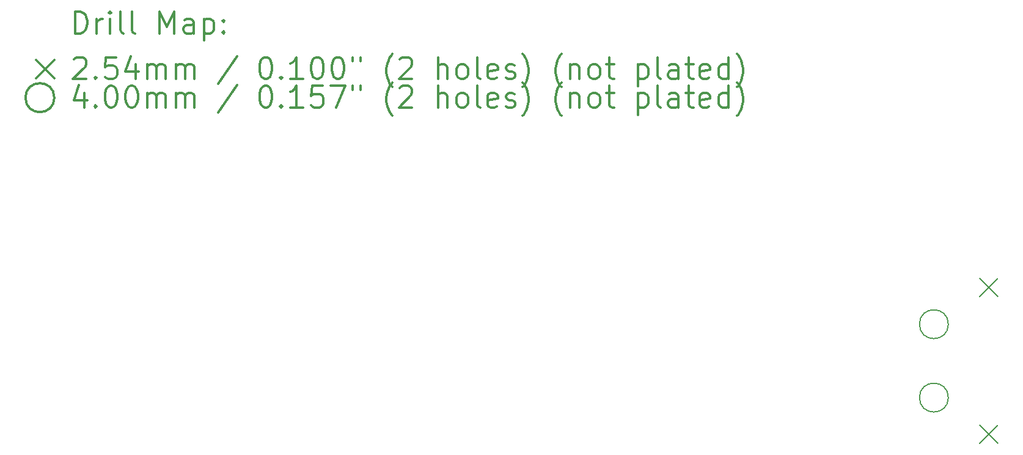
<source format=gbr>
%FSLAX45Y45*%
G04 Gerber Fmt 4.5, Leading zero omitted, Abs format (unit mm)*
G04 Created by KiCad (PCBNEW 5.1.8) date 2021-02-12 19:11:22*
%MOMM*%
%LPD*%
G01*
G04 APERTURE LIST*
%ADD10C,0.200000*%
%ADD11C,0.300000*%
G04 APERTURE END LIST*
D10*
X12821000Y-3857000D02*
X13075000Y-4111000D01*
X13075000Y-3857000D02*
X12821000Y-4111000D01*
X12821000Y-5889000D02*
X13075000Y-6143000D01*
X13075000Y-5889000D02*
X12821000Y-6143000D01*
X12386000Y-4492000D02*
G75*
G03*
X12386000Y-4492000I-200000J0D01*
G01*
X12386000Y-5508000D02*
G75*
G03*
X12386000Y-5508000I-200000J0D01*
G01*
D11*
X286429Y-465714D02*
X286429Y-165714D01*
X357857Y-165714D01*
X400714Y-180000D01*
X429286Y-208571D01*
X443571Y-237143D01*
X457857Y-294286D01*
X457857Y-337143D01*
X443571Y-394286D01*
X429286Y-422857D01*
X400714Y-451428D01*
X357857Y-465714D01*
X286429Y-465714D01*
X586429Y-465714D02*
X586429Y-265714D01*
X586429Y-322857D02*
X600714Y-294286D01*
X615000Y-280000D01*
X643571Y-265714D01*
X672143Y-265714D01*
X772143Y-465714D02*
X772143Y-265714D01*
X772143Y-165714D02*
X757857Y-180000D01*
X772143Y-194286D01*
X786428Y-180000D01*
X772143Y-165714D01*
X772143Y-194286D01*
X957857Y-465714D02*
X929286Y-451428D01*
X915000Y-422857D01*
X915000Y-165714D01*
X1115000Y-465714D02*
X1086429Y-451428D01*
X1072143Y-422857D01*
X1072143Y-165714D01*
X1457857Y-465714D02*
X1457857Y-165714D01*
X1557857Y-380000D01*
X1657857Y-165714D01*
X1657857Y-465714D01*
X1929286Y-465714D02*
X1929286Y-308571D01*
X1915000Y-280000D01*
X1886428Y-265714D01*
X1829286Y-265714D01*
X1800714Y-280000D01*
X1929286Y-451428D02*
X1900714Y-465714D01*
X1829286Y-465714D01*
X1800714Y-451428D01*
X1786428Y-422857D01*
X1786428Y-394286D01*
X1800714Y-365714D01*
X1829286Y-351428D01*
X1900714Y-351428D01*
X1929286Y-337143D01*
X2072143Y-265714D02*
X2072143Y-565714D01*
X2072143Y-280000D02*
X2100714Y-265714D01*
X2157857Y-265714D01*
X2186429Y-280000D01*
X2200714Y-294286D01*
X2215000Y-322857D01*
X2215000Y-408571D01*
X2200714Y-437143D01*
X2186429Y-451428D01*
X2157857Y-465714D01*
X2100714Y-465714D01*
X2072143Y-451428D01*
X2343571Y-437143D02*
X2357857Y-451428D01*
X2343571Y-465714D01*
X2329286Y-451428D01*
X2343571Y-437143D01*
X2343571Y-465714D01*
X2343571Y-280000D02*
X2357857Y-294286D01*
X2343571Y-308571D01*
X2329286Y-294286D01*
X2343571Y-280000D01*
X2343571Y-308571D01*
X-254000Y-833000D02*
X0Y-1087000D01*
X0Y-833000D02*
X-254000Y-1087000D01*
X272143Y-824286D02*
X286429Y-810000D01*
X315000Y-795714D01*
X386428Y-795714D01*
X415000Y-810000D01*
X429286Y-824286D01*
X443571Y-852857D01*
X443571Y-881428D01*
X429286Y-924286D01*
X257857Y-1095714D01*
X443571Y-1095714D01*
X572143Y-1067143D02*
X586429Y-1081429D01*
X572143Y-1095714D01*
X557857Y-1081429D01*
X572143Y-1067143D01*
X572143Y-1095714D01*
X857857Y-795714D02*
X715000Y-795714D01*
X700714Y-938571D01*
X715000Y-924286D01*
X743571Y-910000D01*
X815000Y-910000D01*
X843571Y-924286D01*
X857857Y-938571D01*
X872143Y-967143D01*
X872143Y-1038571D01*
X857857Y-1067143D01*
X843571Y-1081429D01*
X815000Y-1095714D01*
X743571Y-1095714D01*
X715000Y-1081429D01*
X700714Y-1067143D01*
X1129286Y-895714D02*
X1129286Y-1095714D01*
X1057857Y-781428D02*
X986428Y-995714D01*
X1172143Y-995714D01*
X1286429Y-1095714D02*
X1286429Y-895714D01*
X1286429Y-924286D02*
X1300714Y-910000D01*
X1329286Y-895714D01*
X1372143Y-895714D01*
X1400714Y-910000D01*
X1415000Y-938571D01*
X1415000Y-1095714D01*
X1415000Y-938571D02*
X1429286Y-910000D01*
X1457857Y-895714D01*
X1500714Y-895714D01*
X1529286Y-910000D01*
X1543571Y-938571D01*
X1543571Y-1095714D01*
X1686428Y-1095714D02*
X1686428Y-895714D01*
X1686428Y-924286D02*
X1700714Y-910000D01*
X1729286Y-895714D01*
X1772143Y-895714D01*
X1800714Y-910000D01*
X1815000Y-938571D01*
X1815000Y-1095714D01*
X1815000Y-938571D02*
X1829286Y-910000D01*
X1857857Y-895714D01*
X1900714Y-895714D01*
X1929286Y-910000D01*
X1943571Y-938571D01*
X1943571Y-1095714D01*
X2529286Y-781428D02*
X2272143Y-1167143D01*
X2915000Y-795714D02*
X2943571Y-795714D01*
X2972143Y-810000D01*
X2986428Y-824286D01*
X3000714Y-852857D01*
X3015000Y-910000D01*
X3015000Y-981428D01*
X3000714Y-1038571D01*
X2986428Y-1067143D01*
X2972143Y-1081429D01*
X2943571Y-1095714D01*
X2915000Y-1095714D01*
X2886428Y-1081429D01*
X2872143Y-1067143D01*
X2857857Y-1038571D01*
X2843571Y-981428D01*
X2843571Y-910000D01*
X2857857Y-852857D01*
X2872143Y-824286D01*
X2886428Y-810000D01*
X2915000Y-795714D01*
X3143571Y-1067143D02*
X3157857Y-1081429D01*
X3143571Y-1095714D01*
X3129286Y-1081429D01*
X3143571Y-1067143D01*
X3143571Y-1095714D01*
X3443571Y-1095714D02*
X3272143Y-1095714D01*
X3357857Y-1095714D02*
X3357857Y-795714D01*
X3329286Y-838571D01*
X3300714Y-867143D01*
X3272143Y-881428D01*
X3629286Y-795714D02*
X3657857Y-795714D01*
X3686428Y-810000D01*
X3700714Y-824286D01*
X3715000Y-852857D01*
X3729286Y-910000D01*
X3729286Y-981428D01*
X3715000Y-1038571D01*
X3700714Y-1067143D01*
X3686428Y-1081429D01*
X3657857Y-1095714D01*
X3629286Y-1095714D01*
X3600714Y-1081429D01*
X3586428Y-1067143D01*
X3572143Y-1038571D01*
X3557857Y-981428D01*
X3557857Y-910000D01*
X3572143Y-852857D01*
X3586428Y-824286D01*
X3600714Y-810000D01*
X3629286Y-795714D01*
X3915000Y-795714D02*
X3943571Y-795714D01*
X3972143Y-810000D01*
X3986428Y-824286D01*
X4000714Y-852857D01*
X4015000Y-910000D01*
X4015000Y-981428D01*
X4000714Y-1038571D01*
X3986428Y-1067143D01*
X3972143Y-1081429D01*
X3943571Y-1095714D01*
X3915000Y-1095714D01*
X3886428Y-1081429D01*
X3872143Y-1067143D01*
X3857857Y-1038571D01*
X3843571Y-981428D01*
X3843571Y-910000D01*
X3857857Y-852857D01*
X3872143Y-824286D01*
X3886428Y-810000D01*
X3915000Y-795714D01*
X4129286Y-795714D02*
X4129286Y-852857D01*
X4243571Y-795714D02*
X4243571Y-852857D01*
X4686429Y-1210000D02*
X4672143Y-1195714D01*
X4643571Y-1152857D01*
X4629286Y-1124286D01*
X4615000Y-1081429D01*
X4600714Y-1010000D01*
X4600714Y-952857D01*
X4615000Y-881428D01*
X4629286Y-838571D01*
X4643571Y-810000D01*
X4672143Y-767143D01*
X4686429Y-752857D01*
X4786429Y-824286D02*
X4800714Y-810000D01*
X4829286Y-795714D01*
X4900714Y-795714D01*
X4929286Y-810000D01*
X4943571Y-824286D01*
X4957857Y-852857D01*
X4957857Y-881428D01*
X4943571Y-924286D01*
X4772143Y-1095714D01*
X4957857Y-1095714D01*
X5315000Y-1095714D02*
X5315000Y-795714D01*
X5443571Y-1095714D02*
X5443571Y-938571D01*
X5429286Y-910000D01*
X5400714Y-895714D01*
X5357857Y-895714D01*
X5329286Y-910000D01*
X5315000Y-924286D01*
X5629286Y-1095714D02*
X5600714Y-1081429D01*
X5586429Y-1067143D01*
X5572143Y-1038571D01*
X5572143Y-952857D01*
X5586429Y-924286D01*
X5600714Y-910000D01*
X5629286Y-895714D01*
X5672143Y-895714D01*
X5700714Y-910000D01*
X5715000Y-924286D01*
X5729286Y-952857D01*
X5729286Y-1038571D01*
X5715000Y-1067143D01*
X5700714Y-1081429D01*
X5672143Y-1095714D01*
X5629286Y-1095714D01*
X5900714Y-1095714D02*
X5872143Y-1081429D01*
X5857857Y-1052857D01*
X5857857Y-795714D01*
X6129286Y-1081429D02*
X6100714Y-1095714D01*
X6043571Y-1095714D01*
X6015000Y-1081429D01*
X6000714Y-1052857D01*
X6000714Y-938571D01*
X6015000Y-910000D01*
X6043571Y-895714D01*
X6100714Y-895714D01*
X6129286Y-910000D01*
X6143571Y-938571D01*
X6143571Y-967143D01*
X6000714Y-995714D01*
X6257857Y-1081429D02*
X6286428Y-1095714D01*
X6343571Y-1095714D01*
X6372143Y-1081429D01*
X6386428Y-1052857D01*
X6386428Y-1038571D01*
X6372143Y-1010000D01*
X6343571Y-995714D01*
X6300714Y-995714D01*
X6272143Y-981428D01*
X6257857Y-952857D01*
X6257857Y-938571D01*
X6272143Y-910000D01*
X6300714Y-895714D01*
X6343571Y-895714D01*
X6372143Y-910000D01*
X6486428Y-1210000D02*
X6500714Y-1195714D01*
X6529286Y-1152857D01*
X6543571Y-1124286D01*
X6557857Y-1081429D01*
X6572143Y-1010000D01*
X6572143Y-952857D01*
X6557857Y-881428D01*
X6543571Y-838571D01*
X6529286Y-810000D01*
X6500714Y-767143D01*
X6486428Y-752857D01*
X7029286Y-1210000D02*
X7015000Y-1195714D01*
X6986428Y-1152857D01*
X6972143Y-1124286D01*
X6957857Y-1081429D01*
X6943571Y-1010000D01*
X6943571Y-952857D01*
X6957857Y-881428D01*
X6972143Y-838571D01*
X6986428Y-810000D01*
X7015000Y-767143D01*
X7029286Y-752857D01*
X7143571Y-895714D02*
X7143571Y-1095714D01*
X7143571Y-924286D02*
X7157857Y-910000D01*
X7186428Y-895714D01*
X7229286Y-895714D01*
X7257857Y-910000D01*
X7272143Y-938571D01*
X7272143Y-1095714D01*
X7457857Y-1095714D02*
X7429286Y-1081429D01*
X7415000Y-1067143D01*
X7400714Y-1038571D01*
X7400714Y-952857D01*
X7415000Y-924286D01*
X7429286Y-910000D01*
X7457857Y-895714D01*
X7500714Y-895714D01*
X7529286Y-910000D01*
X7543571Y-924286D01*
X7557857Y-952857D01*
X7557857Y-1038571D01*
X7543571Y-1067143D01*
X7529286Y-1081429D01*
X7500714Y-1095714D01*
X7457857Y-1095714D01*
X7643571Y-895714D02*
X7757857Y-895714D01*
X7686428Y-795714D02*
X7686428Y-1052857D01*
X7700714Y-1081429D01*
X7729286Y-1095714D01*
X7757857Y-1095714D01*
X8086428Y-895714D02*
X8086428Y-1195714D01*
X8086428Y-910000D02*
X8115000Y-895714D01*
X8172143Y-895714D01*
X8200714Y-910000D01*
X8215000Y-924286D01*
X8229286Y-952857D01*
X8229286Y-1038571D01*
X8215000Y-1067143D01*
X8200714Y-1081429D01*
X8172143Y-1095714D01*
X8115000Y-1095714D01*
X8086428Y-1081429D01*
X8400714Y-1095714D02*
X8372143Y-1081429D01*
X8357857Y-1052857D01*
X8357857Y-795714D01*
X8643571Y-1095714D02*
X8643571Y-938571D01*
X8629286Y-910000D01*
X8600714Y-895714D01*
X8543571Y-895714D01*
X8515000Y-910000D01*
X8643571Y-1081429D02*
X8615000Y-1095714D01*
X8543571Y-1095714D01*
X8515000Y-1081429D01*
X8500714Y-1052857D01*
X8500714Y-1024286D01*
X8515000Y-995714D01*
X8543571Y-981428D01*
X8615000Y-981428D01*
X8643571Y-967143D01*
X8743571Y-895714D02*
X8857857Y-895714D01*
X8786429Y-795714D02*
X8786429Y-1052857D01*
X8800714Y-1081429D01*
X8829286Y-1095714D01*
X8857857Y-1095714D01*
X9072143Y-1081429D02*
X9043571Y-1095714D01*
X8986429Y-1095714D01*
X8957857Y-1081429D01*
X8943571Y-1052857D01*
X8943571Y-938571D01*
X8957857Y-910000D01*
X8986429Y-895714D01*
X9043571Y-895714D01*
X9072143Y-910000D01*
X9086429Y-938571D01*
X9086429Y-967143D01*
X8943571Y-995714D01*
X9343571Y-1095714D02*
X9343571Y-795714D01*
X9343571Y-1081429D02*
X9315000Y-1095714D01*
X9257857Y-1095714D01*
X9229286Y-1081429D01*
X9215000Y-1067143D01*
X9200714Y-1038571D01*
X9200714Y-952857D01*
X9215000Y-924286D01*
X9229286Y-910000D01*
X9257857Y-895714D01*
X9315000Y-895714D01*
X9343571Y-910000D01*
X9457857Y-1210000D02*
X9472143Y-1195714D01*
X9500714Y-1152857D01*
X9515000Y-1124286D01*
X9529286Y-1081429D01*
X9543571Y-1010000D01*
X9543571Y-952857D01*
X9529286Y-881428D01*
X9515000Y-838571D01*
X9500714Y-810000D01*
X9472143Y-767143D01*
X9457857Y-752857D01*
X0Y-1356000D02*
G75*
G03*
X0Y-1356000I-200000J0D01*
G01*
X415000Y-1291714D02*
X415000Y-1491714D01*
X343571Y-1177429D02*
X272143Y-1391714D01*
X457857Y-1391714D01*
X572143Y-1463143D02*
X586429Y-1477428D01*
X572143Y-1491714D01*
X557857Y-1477428D01*
X572143Y-1463143D01*
X572143Y-1491714D01*
X772143Y-1191714D02*
X800714Y-1191714D01*
X829286Y-1206000D01*
X843571Y-1220286D01*
X857857Y-1248857D01*
X872143Y-1306000D01*
X872143Y-1377429D01*
X857857Y-1434571D01*
X843571Y-1463143D01*
X829286Y-1477428D01*
X800714Y-1491714D01*
X772143Y-1491714D01*
X743571Y-1477428D01*
X729286Y-1463143D01*
X715000Y-1434571D01*
X700714Y-1377429D01*
X700714Y-1306000D01*
X715000Y-1248857D01*
X729286Y-1220286D01*
X743571Y-1206000D01*
X772143Y-1191714D01*
X1057857Y-1191714D02*
X1086429Y-1191714D01*
X1115000Y-1206000D01*
X1129286Y-1220286D01*
X1143571Y-1248857D01*
X1157857Y-1306000D01*
X1157857Y-1377429D01*
X1143571Y-1434571D01*
X1129286Y-1463143D01*
X1115000Y-1477428D01*
X1086429Y-1491714D01*
X1057857Y-1491714D01*
X1029286Y-1477428D01*
X1015000Y-1463143D01*
X1000714Y-1434571D01*
X986428Y-1377429D01*
X986428Y-1306000D01*
X1000714Y-1248857D01*
X1015000Y-1220286D01*
X1029286Y-1206000D01*
X1057857Y-1191714D01*
X1286429Y-1491714D02*
X1286429Y-1291714D01*
X1286429Y-1320286D02*
X1300714Y-1306000D01*
X1329286Y-1291714D01*
X1372143Y-1291714D01*
X1400714Y-1306000D01*
X1415000Y-1334571D01*
X1415000Y-1491714D01*
X1415000Y-1334571D02*
X1429286Y-1306000D01*
X1457857Y-1291714D01*
X1500714Y-1291714D01*
X1529286Y-1306000D01*
X1543571Y-1334571D01*
X1543571Y-1491714D01*
X1686428Y-1491714D02*
X1686428Y-1291714D01*
X1686428Y-1320286D02*
X1700714Y-1306000D01*
X1729286Y-1291714D01*
X1772143Y-1291714D01*
X1800714Y-1306000D01*
X1815000Y-1334571D01*
X1815000Y-1491714D01*
X1815000Y-1334571D02*
X1829286Y-1306000D01*
X1857857Y-1291714D01*
X1900714Y-1291714D01*
X1929286Y-1306000D01*
X1943571Y-1334571D01*
X1943571Y-1491714D01*
X2529286Y-1177429D02*
X2272143Y-1563143D01*
X2915000Y-1191714D02*
X2943571Y-1191714D01*
X2972143Y-1206000D01*
X2986428Y-1220286D01*
X3000714Y-1248857D01*
X3015000Y-1306000D01*
X3015000Y-1377429D01*
X3000714Y-1434571D01*
X2986428Y-1463143D01*
X2972143Y-1477428D01*
X2943571Y-1491714D01*
X2915000Y-1491714D01*
X2886428Y-1477428D01*
X2872143Y-1463143D01*
X2857857Y-1434571D01*
X2843571Y-1377429D01*
X2843571Y-1306000D01*
X2857857Y-1248857D01*
X2872143Y-1220286D01*
X2886428Y-1206000D01*
X2915000Y-1191714D01*
X3143571Y-1463143D02*
X3157857Y-1477428D01*
X3143571Y-1491714D01*
X3129286Y-1477428D01*
X3143571Y-1463143D01*
X3143571Y-1491714D01*
X3443571Y-1491714D02*
X3272143Y-1491714D01*
X3357857Y-1491714D02*
X3357857Y-1191714D01*
X3329286Y-1234571D01*
X3300714Y-1263143D01*
X3272143Y-1277429D01*
X3715000Y-1191714D02*
X3572143Y-1191714D01*
X3557857Y-1334571D01*
X3572143Y-1320286D01*
X3600714Y-1306000D01*
X3672143Y-1306000D01*
X3700714Y-1320286D01*
X3715000Y-1334571D01*
X3729286Y-1363143D01*
X3729286Y-1434571D01*
X3715000Y-1463143D01*
X3700714Y-1477428D01*
X3672143Y-1491714D01*
X3600714Y-1491714D01*
X3572143Y-1477428D01*
X3557857Y-1463143D01*
X3829286Y-1191714D02*
X4029286Y-1191714D01*
X3900714Y-1491714D01*
X4129286Y-1191714D02*
X4129286Y-1248857D01*
X4243571Y-1191714D02*
X4243571Y-1248857D01*
X4686429Y-1606000D02*
X4672143Y-1591714D01*
X4643571Y-1548857D01*
X4629286Y-1520286D01*
X4615000Y-1477428D01*
X4600714Y-1406000D01*
X4600714Y-1348857D01*
X4615000Y-1277429D01*
X4629286Y-1234571D01*
X4643571Y-1206000D01*
X4672143Y-1163143D01*
X4686429Y-1148857D01*
X4786429Y-1220286D02*
X4800714Y-1206000D01*
X4829286Y-1191714D01*
X4900714Y-1191714D01*
X4929286Y-1206000D01*
X4943571Y-1220286D01*
X4957857Y-1248857D01*
X4957857Y-1277429D01*
X4943571Y-1320286D01*
X4772143Y-1491714D01*
X4957857Y-1491714D01*
X5315000Y-1491714D02*
X5315000Y-1191714D01*
X5443571Y-1491714D02*
X5443571Y-1334571D01*
X5429286Y-1306000D01*
X5400714Y-1291714D01*
X5357857Y-1291714D01*
X5329286Y-1306000D01*
X5315000Y-1320286D01*
X5629286Y-1491714D02*
X5600714Y-1477428D01*
X5586429Y-1463143D01*
X5572143Y-1434571D01*
X5572143Y-1348857D01*
X5586429Y-1320286D01*
X5600714Y-1306000D01*
X5629286Y-1291714D01*
X5672143Y-1291714D01*
X5700714Y-1306000D01*
X5715000Y-1320286D01*
X5729286Y-1348857D01*
X5729286Y-1434571D01*
X5715000Y-1463143D01*
X5700714Y-1477428D01*
X5672143Y-1491714D01*
X5629286Y-1491714D01*
X5900714Y-1491714D02*
X5872143Y-1477428D01*
X5857857Y-1448857D01*
X5857857Y-1191714D01*
X6129286Y-1477428D02*
X6100714Y-1491714D01*
X6043571Y-1491714D01*
X6015000Y-1477428D01*
X6000714Y-1448857D01*
X6000714Y-1334571D01*
X6015000Y-1306000D01*
X6043571Y-1291714D01*
X6100714Y-1291714D01*
X6129286Y-1306000D01*
X6143571Y-1334571D01*
X6143571Y-1363143D01*
X6000714Y-1391714D01*
X6257857Y-1477428D02*
X6286428Y-1491714D01*
X6343571Y-1491714D01*
X6372143Y-1477428D01*
X6386428Y-1448857D01*
X6386428Y-1434571D01*
X6372143Y-1406000D01*
X6343571Y-1391714D01*
X6300714Y-1391714D01*
X6272143Y-1377429D01*
X6257857Y-1348857D01*
X6257857Y-1334571D01*
X6272143Y-1306000D01*
X6300714Y-1291714D01*
X6343571Y-1291714D01*
X6372143Y-1306000D01*
X6486428Y-1606000D02*
X6500714Y-1591714D01*
X6529286Y-1548857D01*
X6543571Y-1520286D01*
X6557857Y-1477428D01*
X6572143Y-1406000D01*
X6572143Y-1348857D01*
X6557857Y-1277429D01*
X6543571Y-1234571D01*
X6529286Y-1206000D01*
X6500714Y-1163143D01*
X6486428Y-1148857D01*
X7029286Y-1606000D02*
X7015000Y-1591714D01*
X6986428Y-1548857D01*
X6972143Y-1520286D01*
X6957857Y-1477428D01*
X6943571Y-1406000D01*
X6943571Y-1348857D01*
X6957857Y-1277429D01*
X6972143Y-1234571D01*
X6986428Y-1206000D01*
X7015000Y-1163143D01*
X7029286Y-1148857D01*
X7143571Y-1291714D02*
X7143571Y-1491714D01*
X7143571Y-1320286D02*
X7157857Y-1306000D01*
X7186428Y-1291714D01*
X7229286Y-1291714D01*
X7257857Y-1306000D01*
X7272143Y-1334571D01*
X7272143Y-1491714D01*
X7457857Y-1491714D02*
X7429286Y-1477428D01*
X7415000Y-1463143D01*
X7400714Y-1434571D01*
X7400714Y-1348857D01*
X7415000Y-1320286D01*
X7429286Y-1306000D01*
X7457857Y-1291714D01*
X7500714Y-1291714D01*
X7529286Y-1306000D01*
X7543571Y-1320286D01*
X7557857Y-1348857D01*
X7557857Y-1434571D01*
X7543571Y-1463143D01*
X7529286Y-1477428D01*
X7500714Y-1491714D01*
X7457857Y-1491714D01*
X7643571Y-1291714D02*
X7757857Y-1291714D01*
X7686428Y-1191714D02*
X7686428Y-1448857D01*
X7700714Y-1477428D01*
X7729286Y-1491714D01*
X7757857Y-1491714D01*
X8086428Y-1291714D02*
X8086428Y-1591714D01*
X8086428Y-1306000D02*
X8115000Y-1291714D01*
X8172143Y-1291714D01*
X8200714Y-1306000D01*
X8215000Y-1320286D01*
X8229286Y-1348857D01*
X8229286Y-1434571D01*
X8215000Y-1463143D01*
X8200714Y-1477428D01*
X8172143Y-1491714D01*
X8115000Y-1491714D01*
X8086428Y-1477428D01*
X8400714Y-1491714D02*
X8372143Y-1477428D01*
X8357857Y-1448857D01*
X8357857Y-1191714D01*
X8643571Y-1491714D02*
X8643571Y-1334571D01*
X8629286Y-1306000D01*
X8600714Y-1291714D01*
X8543571Y-1291714D01*
X8515000Y-1306000D01*
X8643571Y-1477428D02*
X8615000Y-1491714D01*
X8543571Y-1491714D01*
X8515000Y-1477428D01*
X8500714Y-1448857D01*
X8500714Y-1420286D01*
X8515000Y-1391714D01*
X8543571Y-1377429D01*
X8615000Y-1377429D01*
X8643571Y-1363143D01*
X8743571Y-1291714D02*
X8857857Y-1291714D01*
X8786429Y-1191714D02*
X8786429Y-1448857D01*
X8800714Y-1477428D01*
X8829286Y-1491714D01*
X8857857Y-1491714D01*
X9072143Y-1477428D02*
X9043571Y-1491714D01*
X8986429Y-1491714D01*
X8957857Y-1477428D01*
X8943571Y-1448857D01*
X8943571Y-1334571D01*
X8957857Y-1306000D01*
X8986429Y-1291714D01*
X9043571Y-1291714D01*
X9072143Y-1306000D01*
X9086429Y-1334571D01*
X9086429Y-1363143D01*
X8943571Y-1391714D01*
X9343571Y-1491714D02*
X9343571Y-1191714D01*
X9343571Y-1477428D02*
X9315000Y-1491714D01*
X9257857Y-1491714D01*
X9229286Y-1477428D01*
X9215000Y-1463143D01*
X9200714Y-1434571D01*
X9200714Y-1348857D01*
X9215000Y-1320286D01*
X9229286Y-1306000D01*
X9257857Y-1291714D01*
X9315000Y-1291714D01*
X9343571Y-1306000D01*
X9457857Y-1606000D02*
X9472143Y-1591714D01*
X9500714Y-1548857D01*
X9515000Y-1520286D01*
X9529286Y-1477428D01*
X9543571Y-1406000D01*
X9543571Y-1348857D01*
X9529286Y-1277429D01*
X9515000Y-1234571D01*
X9500714Y-1206000D01*
X9472143Y-1163143D01*
X9457857Y-1148857D01*
M02*

</source>
